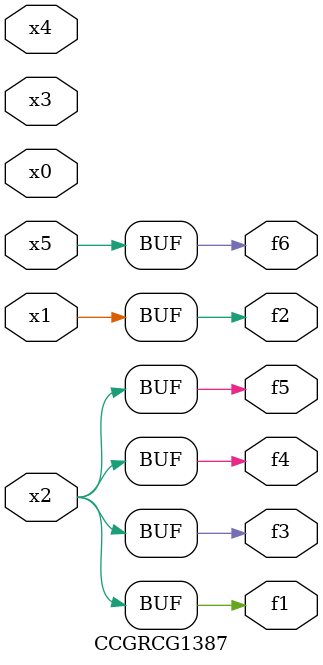
<source format=v>
module CCGRCG1387(
	input x0, x1, x2, x3, x4, x5,
	output f1, f2, f3, f4, f5, f6
);
	assign f1 = x2;
	assign f2 = x1;
	assign f3 = x2;
	assign f4 = x2;
	assign f5 = x2;
	assign f6 = x5;
endmodule

</source>
